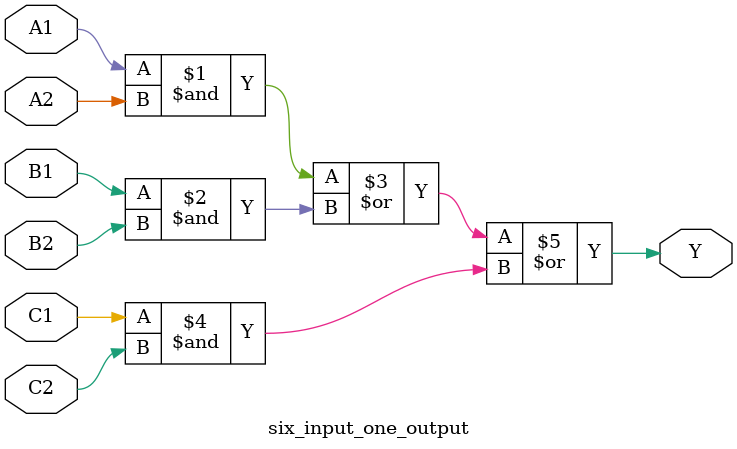
<source format=v>
module six_input_one_output (
    input  A1,
    input  A2,
    input  B1,
    input  B2,
    input  C1,
    input  C2,
    output Y
);

    assign Y = (A1 & A2) | (B1 & B2) | (C1 & C2);

endmodule
</source>
